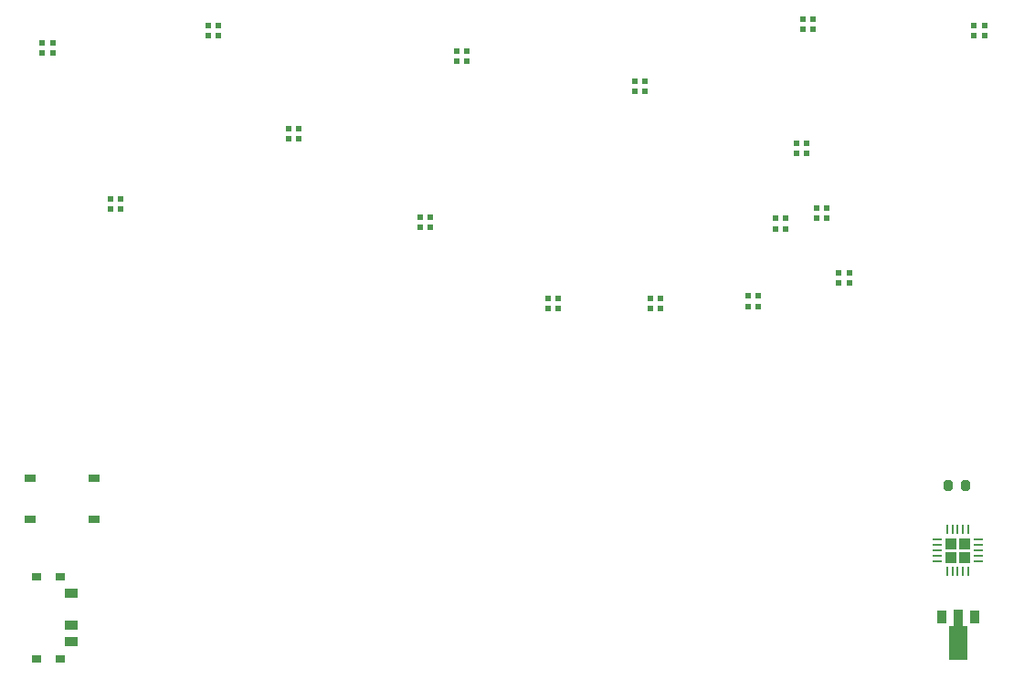
<source format=gbr>
%TF.GenerationSoftware,KiCad,Pcbnew,7.0.6*%
%TF.CreationDate,2023-11-12T21:40:01+01:00*%
%TF.ProjectId,Julkort,4a756c6b-6f72-4742-9e6b-696361645f70,rev?*%
%TF.SameCoordinates,Original*%
%TF.FileFunction,Paste,Top*%
%TF.FilePolarity,Positive*%
%FSLAX46Y46*%
G04 Gerber Fmt 4.6, Leading zero omitted, Abs format (unit mm)*
G04 Created by KiCad (PCBNEW 7.0.6) date 2023-11-12 21:40:01*
%MOMM*%
%LPD*%
G01*
G04 APERTURE LIST*
G04 Aperture macros list*
%AMRoundRect*
0 Rectangle with rounded corners*
0 $1 Rounding radius*
0 $2 $3 $4 $5 $6 $7 $8 $9 X,Y pos of 4 corners*
0 Add a 4 corners polygon primitive as box body*
4,1,4,$2,$3,$4,$5,$6,$7,$8,$9,$2,$3,0*
0 Add four circle primitives for the rounded corners*
1,1,$1+$1,$2,$3*
1,1,$1+$1,$4,$5*
1,1,$1+$1,$6,$7*
1,1,$1+$1,$8,$9*
0 Add four rect primitives between the rounded corners*
20,1,$1+$1,$2,$3,$4,$5,0*
20,1,$1+$1,$4,$5,$6,$7,0*
20,1,$1+$1,$6,$7,$8,$9,0*
20,1,$1+$1,$8,$9,$2,$3,0*%
%AMFreePoly0*
4,1,9,3.862500,-0.866500,0.737500,-0.866500,0.737500,-0.450000,-0.737500,-0.450000,-0.737500,0.450000,0.737500,0.450000,0.737500,0.866500,3.862500,0.866500,3.862500,-0.866500,3.862500,-0.866500,$1*%
G04 Aperture macros list end*
%ADD10R,0.550000X0.550000*%
%ADD11RoundRect,0.200000X0.200000X0.275000X-0.200000X0.275000X-0.200000X-0.275000X0.200000X-0.275000X0*%
%ADD12R,0.900000X1.300000*%
%ADD13FreePoly0,270.000000*%
%ADD14R,1.200000X0.900000*%
%ADD15R,0.900000X0.800000*%
%ADD16RoundRect,0.249999X-0.290001X-0.290001X0.290001X-0.290001X0.290001X0.290001X-0.290001X0.290001X0*%
%ADD17RoundRect,0.062500X-0.350000X-0.062500X0.350000X-0.062500X0.350000X0.062500X-0.350000X0.062500X0*%
%ADD18RoundRect,0.062500X-0.062500X-0.350000X0.062500X-0.350000X0.062500X0.350000X-0.062500X0.350000X0*%
%ADD19R,1.000000X0.750000*%
G04 APERTURE END LIST*
D10*
%TO.C,D14*%
X148545075Y-87094201D03*
X149495075Y-87094201D03*
X149495075Y-86144201D03*
X148545075Y-86144201D03*
%TD*%
%TO.C,D12*%
X144063947Y-101264957D03*
X145013947Y-101264957D03*
X145013947Y-100314957D03*
X144063947Y-100314957D03*
%TD*%
D11*
%TO.C,R1*%
X164269654Y-117873176D03*
X162619654Y-117873176D03*
%TD*%
D12*
%TO.C,U2*%
X165054247Y-130104485D03*
D13*
X163554247Y-130191985D03*
D12*
X162054247Y-130104485D03*
%TD*%
D14*
%TO.C,J1*%
X81374644Y-127889317D03*
X81357246Y-130844155D03*
X81374644Y-132389317D03*
D15*
X80324644Y-126339317D03*
X80324644Y-133939317D03*
X78124644Y-133939317D03*
X78124644Y-126339317D03*
%TD*%
D10*
%TO.C,D9*%
X113655595Y-93955523D03*
X114605595Y-93955523D03*
X114605595Y-93005523D03*
X113655595Y-93005523D03*
%TD*%
%TO.C,D2*%
X149178278Y-75573155D03*
X150128278Y-75573155D03*
X150128278Y-74623155D03*
X149178278Y-74623155D03*
%TD*%
%TO.C,D15*%
X150389617Y-93081466D03*
X151339617Y-93081466D03*
X151339617Y-92131466D03*
X150389617Y-92131466D03*
%TD*%
%TO.C,D8*%
X101460621Y-85721700D03*
X102410621Y-85721700D03*
X102410621Y-84771700D03*
X101460621Y-84771700D03*
%TD*%
D16*
%TO.C,U1*%
X162885410Y-123297699D03*
X162885410Y-124547699D03*
X164135410Y-123297699D03*
X164135410Y-124547699D03*
D17*
X161572910Y-122922699D03*
X161572910Y-123422699D03*
X161572910Y-123922699D03*
X161572910Y-124422699D03*
X161572910Y-124922699D03*
D18*
X162510410Y-125860199D03*
X163010410Y-125860199D03*
X163510410Y-125860199D03*
X164010410Y-125860199D03*
X164510410Y-125860199D03*
D17*
X165447910Y-124922699D03*
X165447910Y-124422699D03*
X165447910Y-123922699D03*
X165447910Y-123422699D03*
X165447910Y-122922699D03*
D18*
X164510410Y-121985199D03*
X164010410Y-121985199D03*
X163510410Y-121985199D03*
X163010410Y-121985199D03*
X162510410Y-121985199D03*
%TD*%
D10*
%TO.C,D3*%
X133595128Y-81352600D03*
X134545128Y-81352600D03*
X134545128Y-80402600D03*
X133595128Y-80402600D03*
%TD*%
%TO.C,D5*%
X94018551Y-76135598D03*
X94968551Y-76135598D03*
X94968551Y-75185598D03*
X94018551Y-75185598D03*
%TD*%
%TO.C,D10*%
X125554939Y-101446800D03*
X126504939Y-101446800D03*
X126504939Y-100496800D03*
X125554939Y-100496800D03*
%TD*%
%TO.C,D1*%
X165018092Y-76186875D03*
X165968092Y-76186875D03*
X165968092Y-75236875D03*
X165018092Y-75236875D03*
%TD*%
D19*
%TO.C,S1*%
X77499405Y-117249277D03*
X83499405Y-117249277D03*
X77499405Y-120999277D03*
X83499405Y-120999277D03*
%TD*%
D10*
%TO.C,D7*%
X84977863Y-92253432D03*
X85927863Y-92253432D03*
X85927863Y-91303432D03*
X84977863Y-91303432D03*
%TD*%
%TO.C,D13*%
X146580928Y-94068768D03*
X147530928Y-94068768D03*
X147530928Y-93118768D03*
X146580928Y-93118768D03*
%TD*%
%TO.C,D4*%
X117066637Y-78532412D03*
X118016637Y-78532412D03*
X118016637Y-77582412D03*
X117066637Y-77582412D03*
%TD*%
%TO.C,D6*%
X78673571Y-77735787D03*
X79623571Y-77735787D03*
X79623571Y-76785787D03*
X78673571Y-76785787D03*
%TD*%
%TO.C,D16*%
X152500158Y-99108820D03*
X153450158Y-99108820D03*
X153450158Y-98158820D03*
X152500158Y-98158820D03*
%TD*%
%TO.C,D11*%
X135004275Y-101485766D03*
X135954275Y-101485766D03*
X135954275Y-100535766D03*
X135004275Y-100535766D03*
%TD*%
M02*

</source>
